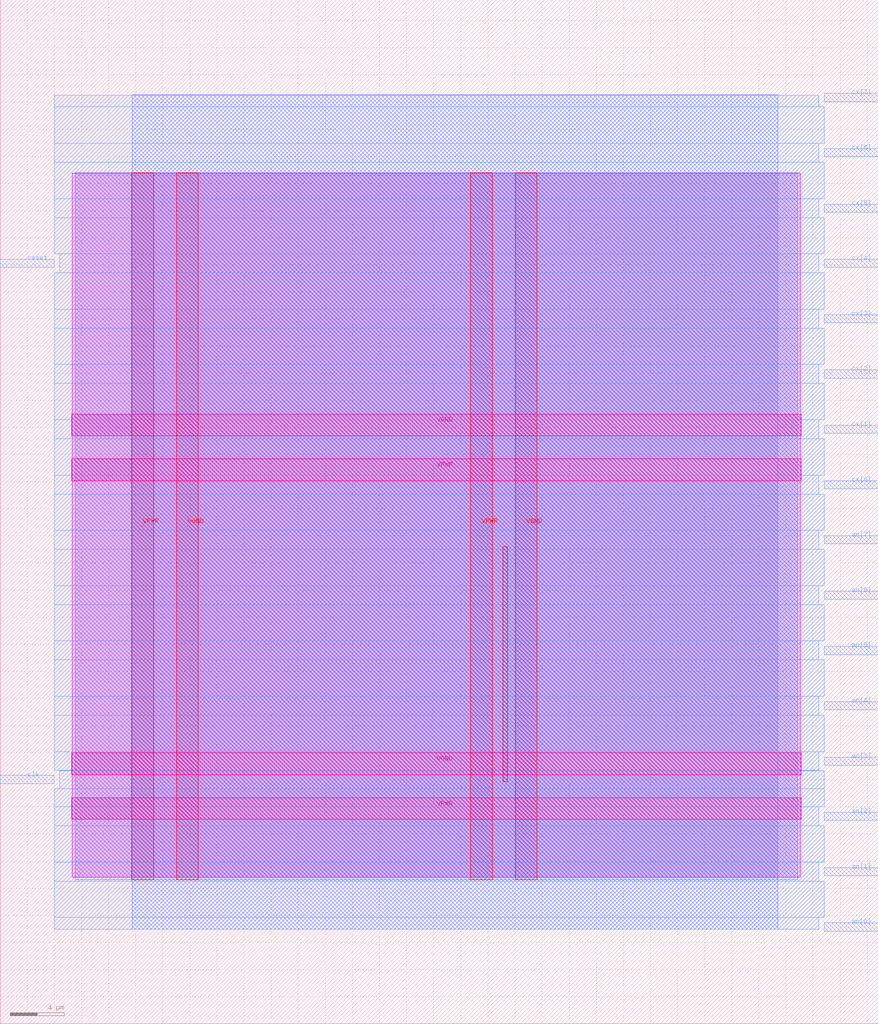
<source format=lef>
VERSION 5.7 ;
  NOWIREEXTENSIONATPIN ON ;
  DIVIDERCHAR "/" ;
  BUSBITCHARS "[]" ;
MACRO cpu_top
  CLASS BLOCK ;
  FOREIGN cpu_top ;
  ORIGIN 0.000 0.000 ;
  SIZE 64.815 BY 75.535 ;
  PIN VGND
    DIRECTION INOUT ;
    USE GROUND ;
    PORT
      LAYER met4 ;
        RECT 13.020 10.640 14.620 62.800 ;
    END
    PORT
      LAYER met4 ;
        RECT 38.020 10.640 39.620 62.800 ;
    END
    PORT
      LAYER met5 ;
        RECT 5.280 18.380 59.120 19.980 ;
    END
    PORT
      LAYER met5 ;
        RECT 5.280 43.380 59.120 44.980 ;
    END
  END VGND
  PIN VPWR
    DIRECTION INOUT ;
    USE POWER ;
    PORT
      LAYER met4 ;
        RECT 9.720 10.640 11.320 62.800 ;
    END
    PORT
      LAYER met4 ;
        RECT 34.720 10.640 36.320 62.800 ;
    END
    PORT
      LAYER met5 ;
        RECT 5.280 15.080 59.120 16.680 ;
    END
    PORT
      LAYER met5 ;
        RECT 5.280 40.080 59.120 41.680 ;
    END
  END VPWR
  PIN an[0]
    DIRECTION OUTPUT ;
    USE SIGNAL ;
    ANTENNADIFFAREA 0.445500 ;
    PORT
      LAYER met3 ;
        RECT 60.815 6.840 64.815 7.440 ;
    END
  END an[0]
  PIN an[1]
    DIRECTION OUTPUT ;
    USE SIGNAL ;
    ANTENNADIFFAREA 0.445500 ;
    PORT
      LAYER met3 ;
        RECT 60.815 10.920 64.815 11.520 ;
    END
  END an[1]
  PIN an[2]
    DIRECTION OUTPUT ;
    USE SIGNAL ;
    ANTENNADIFFAREA 0.445500 ;
    PORT
      LAYER met3 ;
        RECT 60.815 15.000 64.815 15.600 ;
    END
  END an[2]
  PIN an[3]
    DIRECTION OUTPUT ;
    USE SIGNAL ;
    ANTENNADIFFAREA 0.445500 ;
    PORT
      LAYER met3 ;
        RECT 60.815 19.080 64.815 19.680 ;
    END
  END an[3]
  PIN an[4]
    DIRECTION OUTPUT ;
    USE SIGNAL ;
    ANTENNADIFFAREA 0.445500 ;
    PORT
      LAYER met3 ;
        RECT 60.815 23.160 64.815 23.760 ;
    END
  END an[4]
  PIN an[5]
    DIRECTION OUTPUT ;
    USE SIGNAL ;
    ANTENNADIFFAREA 0.445500 ;
    PORT
      LAYER met3 ;
        RECT 60.815 27.240 64.815 27.840 ;
    END
  END an[5]
  PIN an[6]
    DIRECTION OUTPUT ;
    USE SIGNAL ;
    ANTENNADIFFAREA 0.445500 ;
    PORT
      LAYER met3 ;
        RECT 60.815 31.320 64.815 31.920 ;
    END
  END an[6]
  PIN an[7]
    DIRECTION OUTPUT ;
    USE SIGNAL ;
    ANTENNADIFFAREA 0.445500 ;
    PORT
      LAYER met3 ;
        RECT 60.815 35.400 64.815 36.000 ;
    END
  END an[7]
  PIN clk
    DIRECTION INPUT ;
    USE SIGNAL ;
    ANTENNAGATEAREA 0.852000 ;
    PORT
      LAYER met3 ;
        RECT 0.000 17.720 4.000 18.320 ;
    END
  END clk
  PIN cx[0]
    DIRECTION OUTPUT ;
    USE SIGNAL ;
    PORT
      LAYER met3 ;
        RECT 60.815 39.480 64.815 40.080 ;
    END
  END cx[0]
  PIN cx[1]
    DIRECTION OUTPUT ;
    USE SIGNAL ;
    ANTENNADIFFAREA 0.445500 ;
    PORT
      LAYER met3 ;
        RECT 60.815 43.560 64.815 44.160 ;
    END
  END cx[1]
  PIN cx[2]
    DIRECTION OUTPUT ;
    USE SIGNAL ;
    ANTENNADIFFAREA 0.445500 ;
    PORT
      LAYER met3 ;
        RECT 60.815 47.640 64.815 48.240 ;
    END
  END cx[2]
  PIN cx[3]
    DIRECTION OUTPUT ;
    USE SIGNAL ;
    ANTENNADIFFAREA 0.445500 ;
    PORT
      LAYER met3 ;
        RECT 60.815 51.720 64.815 52.320 ;
    END
  END cx[3]
  PIN cx[4]
    DIRECTION OUTPUT ;
    USE SIGNAL ;
    ANTENNADIFFAREA 0.445500 ;
    PORT
      LAYER met3 ;
        RECT 60.815 55.800 64.815 56.400 ;
    END
  END cx[4]
  PIN cx[5]
    DIRECTION OUTPUT ;
    USE SIGNAL ;
    ANTENNADIFFAREA 0.445500 ;
    PORT
      LAYER met3 ;
        RECT 60.815 59.880 64.815 60.480 ;
    END
  END cx[5]
  PIN cx[6]
    DIRECTION OUTPUT ;
    USE SIGNAL ;
    ANTENNADIFFAREA 0.445500 ;
    PORT
      LAYER met3 ;
        RECT 60.815 63.960 64.815 64.560 ;
    END
  END cx[6]
  PIN cx[7]
    DIRECTION OUTPUT ;
    USE SIGNAL ;
    ANTENNADIFFAREA 0.795200 ;
    PORT
      LAYER met3 ;
        RECT 60.815 68.040 64.815 68.640 ;
    END
  END cx[7]
  PIN reset
    DIRECTION INPUT ;
    USE SIGNAL ;
    PORT
      LAYER met3 ;
        RECT 0.000 55.800 4.000 56.400 ;
    END
  END reset
  OBS
      LAYER nwell ;
        RECT 5.330 10.795 59.070 62.750 ;
      LAYER li1 ;
        RECT 5.520 10.795 58.880 62.645 ;
      LAYER met1 ;
        RECT 5.520 10.640 58.880 62.800 ;
      LAYER met2 ;
        RECT 9.750 6.955 57.410 68.525 ;
      LAYER met3 ;
        RECT 4.000 67.640 60.415 68.505 ;
        RECT 4.000 64.960 60.815 67.640 ;
        RECT 4.000 63.560 60.415 64.960 ;
        RECT 4.000 60.880 60.815 63.560 ;
        RECT 4.000 59.480 60.415 60.880 ;
        RECT 4.000 56.800 60.815 59.480 ;
        RECT 4.400 55.400 60.415 56.800 ;
        RECT 4.000 52.720 60.815 55.400 ;
        RECT 4.000 51.320 60.415 52.720 ;
        RECT 4.000 48.640 60.815 51.320 ;
        RECT 4.000 47.240 60.415 48.640 ;
        RECT 4.000 44.560 60.815 47.240 ;
        RECT 4.000 43.160 60.415 44.560 ;
        RECT 4.000 40.480 60.815 43.160 ;
        RECT 4.000 39.080 60.415 40.480 ;
        RECT 4.000 36.400 60.815 39.080 ;
        RECT 4.000 35.000 60.415 36.400 ;
        RECT 4.000 32.320 60.815 35.000 ;
        RECT 4.000 30.920 60.415 32.320 ;
        RECT 4.000 28.240 60.815 30.920 ;
        RECT 4.000 26.840 60.415 28.240 ;
        RECT 4.000 24.160 60.815 26.840 ;
        RECT 4.000 22.760 60.415 24.160 ;
        RECT 4.000 20.080 60.815 22.760 ;
        RECT 4.000 18.720 60.415 20.080 ;
        RECT 4.400 18.680 60.415 18.720 ;
        RECT 4.400 17.320 60.815 18.680 ;
        RECT 4.000 16.000 60.815 17.320 ;
        RECT 4.000 14.600 60.415 16.000 ;
        RECT 4.000 11.920 60.815 14.600 ;
        RECT 4.000 10.520 60.415 11.920 ;
        RECT 4.000 7.840 60.815 10.520 ;
        RECT 4.000 6.975 60.415 7.840 ;
      LAYER met4 ;
        RECT 37.095 17.855 37.425 35.185 ;
  END
END cpu_top
END LIBRARY


</source>
